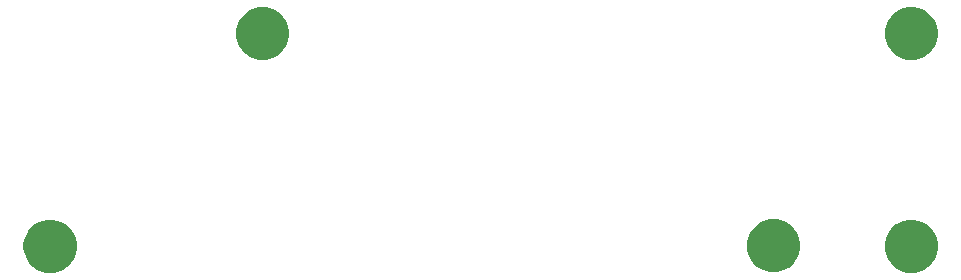
<source format=gts>
%TF.GenerationSoftware,KiCad,Pcbnew,5.1.2*%
%TF.CreationDate,2019-08-01T18:24:27+02:00*%
%TF.ProjectId,cover,636f7665-722e-46b6-9963-61645f706362,rev?*%
%TF.SameCoordinates,Original*%
%TF.FileFunction,Soldermask,Top*%
%TF.FilePolarity,Negative*%
%FSLAX46Y46*%
G04 Gerber Fmt 4.6, Leading zero omitted, Abs format (unit mm)*
G04 Created by KiCad (PCBNEW 5.1.2) date 2019-08-01 18:24:27*
%MOMM*%
%LPD*%
G04 APERTURE LIST*
%ADD10C,0.100000*%
G04 APERTURE END LIST*
D10*
G36*
X185005880Y-109539776D02*
G01*
X185386593Y-109615504D01*
X185796249Y-109785189D01*
X186164929Y-110031534D01*
X186478466Y-110345071D01*
X186724811Y-110713751D01*
X186894496Y-111123407D01*
X186981000Y-111558296D01*
X186981000Y-112001704D01*
X186894496Y-112436593D01*
X186724811Y-112846249D01*
X186478466Y-113214929D01*
X186164929Y-113528466D01*
X185796249Y-113774811D01*
X185386593Y-113944496D01*
X185005880Y-114020224D01*
X184951705Y-114031000D01*
X184508295Y-114031000D01*
X184454120Y-114020224D01*
X184073407Y-113944496D01*
X183663751Y-113774811D01*
X183295071Y-113528466D01*
X182981534Y-113214929D01*
X182735189Y-112846249D01*
X182565504Y-112436593D01*
X182479000Y-112001704D01*
X182479000Y-111558296D01*
X182565504Y-111123407D01*
X182735189Y-110713751D01*
X182981534Y-110345071D01*
X183295071Y-110031534D01*
X183663751Y-109785189D01*
X184073407Y-109615504D01*
X184454120Y-109539776D01*
X184508295Y-109529000D01*
X184951705Y-109529000D01*
X185005880Y-109539776D01*
X185005880Y-109539776D01*
G37*
G36*
X112100387Y-109539776D02*
G01*
X112481100Y-109615504D01*
X112890756Y-109785189D01*
X113259436Y-110031534D01*
X113572973Y-110345071D01*
X113819318Y-110713751D01*
X113989003Y-111123407D01*
X114075507Y-111558296D01*
X114075507Y-112001704D01*
X113989003Y-112436593D01*
X113819318Y-112846249D01*
X113572973Y-113214929D01*
X113259436Y-113528466D01*
X112890756Y-113774811D01*
X112481100Y-113944496D01*
X112100387Y-114020224D01*
X112046212Y-114031000D01*
X111602802Y-114031000D01*
X111548627Y-114020224D01*
X111167914Y-113944496D01*
X110758258Y-113774811D01*
X110389578Y-113528466D01*
X110076041Y-113214929D01*
X109829696Y-112846249D01*
X109660011Y-112436593D01*
X109573507Y-112001704D01*
X109573507Y-111558296D01*
X109660011Y-111123407D01*
X109829696Y-110713751D01*
X110076041Y-110345071D01*
X110389578Y-110031534D01*
X110758258Y-109785189D01*
X111167914Y-109615504D01*
X111548627Y-109539776D01*
X111602802Y-109529000D01*
X112046212Y-109529000D01*
X112100387Y-109539776D01*
X112100387Y-109539776D01*
G37*
G36*
X173370880Y-109519776D02*
G01*
X173751593Y-109595504D01*
X174161249Y-109765189D01*
X174529929Y-110011534D01*
X174843466Y-110325071D01*
X175089811Y-110693751D01*
X175259496Y-111103407D01*
X175346000Y-111538296D01*
X175346000Y-111981704D01*
X175259496Y-112416593D01*
X175089811Y-112826249D01*
X174843466Y-113194929D01*
X174529929Y-113508466D01*
X174161249Y-113754811D01*
X173751593Y-113924496D01*
X173370880Y-114000224D01*
X173316705Y-114011000D01*
X172873295Y-114011000D01*
X172819120Y-114000224D01*
X172438407Y-113924496D01*
X172028751Y-113754811D01*
X171660071Y-113508466D01*
X171346534Y-113194929D01*
X171100189Y-112826249D01*
X170930504Y-112416593D01*
X170844000Y-111981704D01*
X170844000Y-111538296D01*
X170930504Y-111103407D01*
X171100189Y-110693751D01*
X171346534Y-110325071D01*
X171660071Y-110011534D01*
X172028751Y-109765189D01*
X172438407Y-109595504D01*
X172819120Y-109519776D01*
X172873295Y-109509000D01*
X173316705Y-109509000D01*
X173370880Y-109519776D01*
X173370880Y-109519776D01*
G37*
G36*
X185005880Y-91534776D02*
G01*
X185386593Y-91610504D01*
X185796249Y-91780189D01*
X186164929Y-92026534D01*
X186478466Y-92340071D01*
X186724811Y-92708751D01*
X186894496Y-93118407D01*
X186981000Y-93553296D01*
X186981000Y-93996704D01*
X186894496Y-94431593D01*
X186724811Y-94841249D01*
X186478466Y-95209929D01*
X186164929Y-95523466D01*
X185796249Y-95769811D01*
X185386593Y-95939496D01*
X185005880Y-96015224D01*
X184951705Y-96026000D01*
X184508295Y-96026000D01*
X184454120Y-96015224D01*
X184073407Y-95939496D01*
X183663751Y-95769811D01*
X183295071Y-95523466D01*
X182981534Y-95209929D01*
X182735189Y-94841249D01*
X182565504Y-94431593D01*
X182479000Y-93996704D01*
X182479000Y-93553296D01*
X182565504Y-93118407D01*
X182735189Y-92708751D01*
X182981534Y-92340071D01*
X183295071Y-92026534D01*
X183663751Y-91780189D01*
X184073407Y-91610504D01*
X184454120Y-91534776D01*
X184508295Y-91524000D01*
X184951705Y-91524000D01*
X185005880Y-91534776D01*
X185005880Y-91534776D01*
G37*
G36*
X130105387Y-91534776D02*
G01*
X130486100Y-91610504D01*
X130895756Y-91780189D01*
X131264436Y-92026534D01*
X131577973Y-92340071D01*
X131824318Y-92708751D01*
X131994003Y-93118407D01*
X132080507Y-93553296D01*
X132080507Y-93996704D01*
X131994003Y-94431593D01*
X131824318Y-94841249D01*
X131577973Y-95209929D01*
X131264436Y-95523466D01*
X130895756Y-95769811D01*
X130486100Y-95939496D01*
X130105387Y-96015224D01*
X130051212Y-96026000D01*
X129607802Y-96026000D01*
X129553627Y-96015224D01*
X129172914Y-95939496D01*
X128763258Y-95769811D01*
X128394578Y-95523466D01*
X128081041Y-95209929D01*
X127834696Y-94841249D01*
X127665011Y-94431593D01*
X127578507Y-93996704D01*
X127578507Y-93553296D01*
X127665011Y-93118407D01*
X127834696Y-92708751D01*
X128081041Y-92340071D01*
X128394578Y-92026534D01*
X128763258Y-91780189D01*
X129172914Y-91610504D01*
X129553627Y-91534776D01*
X129607802Y-91524000D01*
X130051212Y-91524000D01*
X130105387Y-91534776D01*
X130105387Y-91534776D01*
G37*
M02*

</source>
